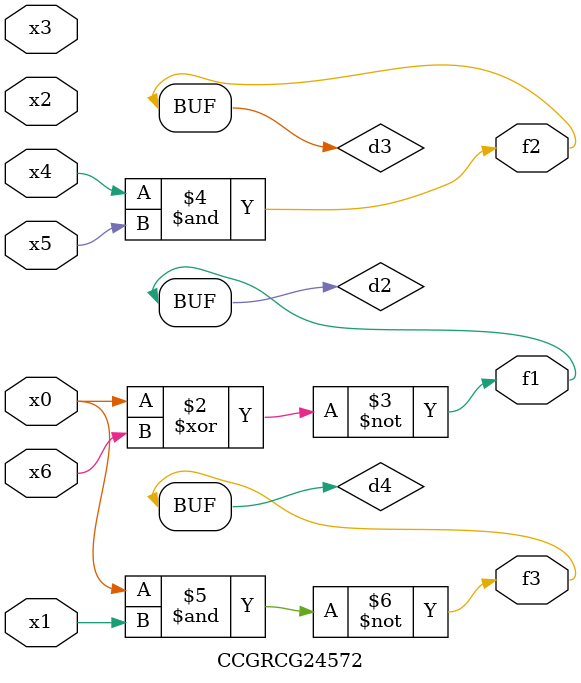
<source format=v>
module CCGRCG24572(
	input x0, x1, x2, x3, x4, x5, x6,
	output f1, f2, f3
);

	wire d1, d2, d3, d4;

	nor (d1, x0);
	xnor (d2, x0, x6);
	and (d3, x4, x5);
	nand (d4, x0, x1);
	assign f1 = d2;
	assign f2 = d3;
	assign f3 = d4;
endmodule

</source>
